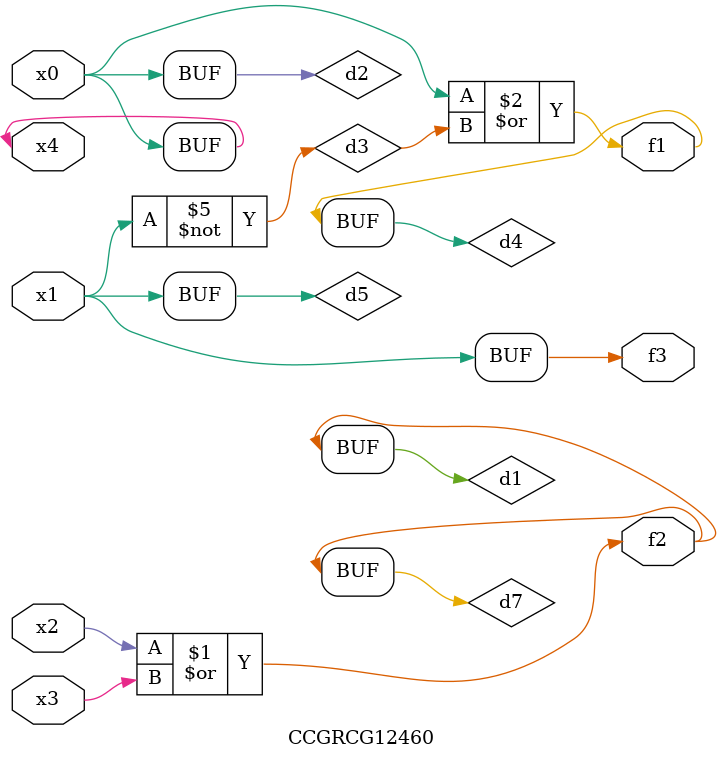
<source format=v>
module CCGRCG12460(
	input x0, x1, x2, x3, x4,
	output f1, f2, f3
);

	wire d1, d2, d3, d4, d5, d6, d7;

	or (d1, x2, x3);
	buf (d2, x0, x4);
	not (d3, x1);
	or (d4, d2, d3);
	not (d5, d3);
	nand (d6, d1, d3);
	or (d7, d1);
	assign f1 = d4;
	assign f2 = d7;
	assign f3 = d5;
endmodule

</source>
